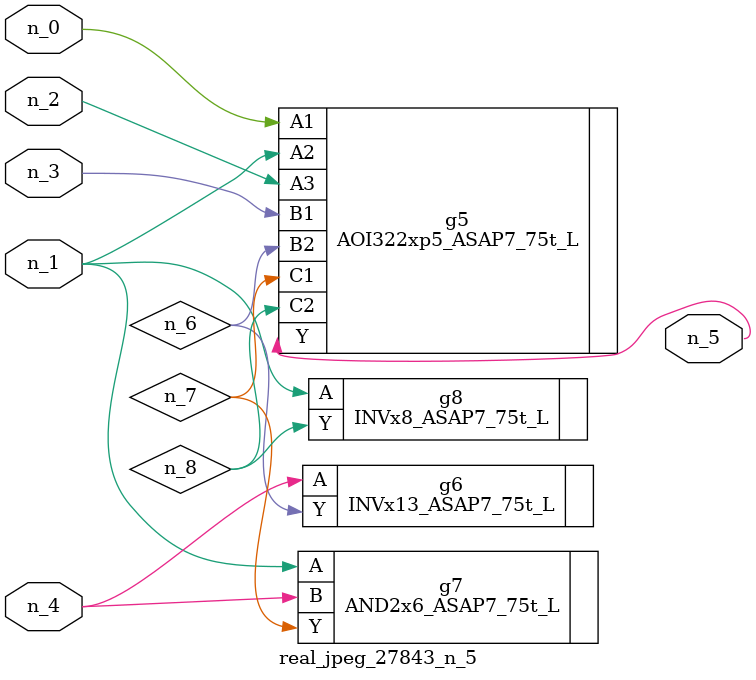
<source format=v>
module real_jpeg_27843_n_5 (n_4, n_0, n_1, n_2, n_3, n_5);

input n_4;
input n_0;
input n_1;
input n_2;
input n_3;

output n_5;

wire n_8;
wire n_6;
wire n_7;

AOI322xp5_ASAP7_75t_L g5 ( 
.A1(n_0),
.A2(n_1),
.A3(n_2),
.B1(n_3),
.B2(n_6),
.C1(n_7),
.C2(n_8),
.Y(n_5)
);

AND2x6_ASAP7_75t_L g7 ( 
.A(n_1),
.B(n_4),
.Y(n_7)
);

INVx8_ASAP7_75t_L g8 ( 
.A(n_1),
.Y(n_8)
);

INVx13_ASAP7_75t_L g6 ( 
.A(n_4),
.Y(n_6)
);


endmodule
</source>
